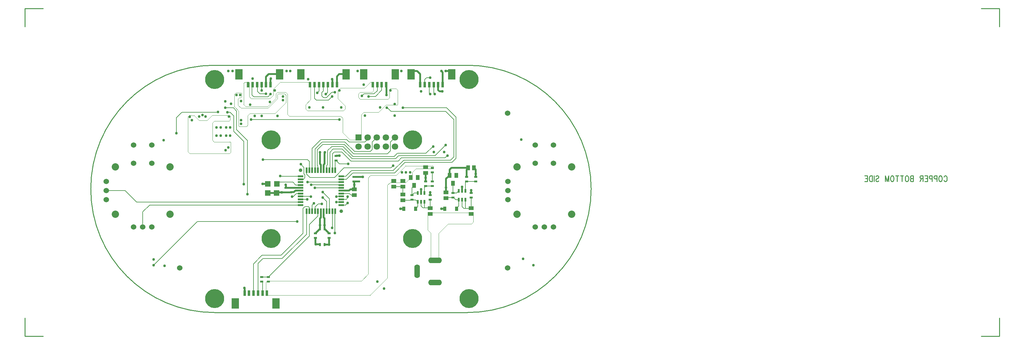
<source format=gbr>
*
*
G04 PADS 9.4.1 Build Number: 494907 generated Gerber (RS-274-X) file*
G04 PC Version=2.1*
*
%IN "JOG.pcb"*%
*
%MOIN*%
*
%FSLAX35Y35*%
*
*
*
*
G04 PC Standard Apertures*
*
*
G04 Thermal Relief Aperture macro.*
%AMTER*
1,1,$1,0,0*
1,0,$1-$2,0,0*
21,0,$3,$4,0,0,45*
21,0,$3,$4,0,0,135*
%
*
*
G04 Annular Aperture macro.*
%AMANN*
1,1,$1,0,0*
1,0,$2,0,0*
%
*
*
G04 Odd Aperture macro.*
%AMODD*
1,1,$1,0,0*
1,0,$1-0.005,0,0*
%
*
*
G04 PC Custom Aperture Macros*
*
*
*
*
*
*
G04 PC Aperture Table*
*
%ADD010C,0.001*%
%ADD011C,0.004*%
%ADD012C,0.01*%
%ADD025R,0.035X0.024*%
%ADD026R,0.024X0.035*%
%ADD028R,0.04331X0.05709*%
%ADD029R,0.03937X0.05512*%
%ADD033C,0.06*%
%ADD034C,0.08*%
%ADD035R,0.02756X0.06299*%
%ADD036R,0.08268X0.11811*%
%ADD038O,0.14961X0.06299*%
%ADD039O,0.06299X0.14961*%
%ADD043R,0.07087X0.07087*%
%ADD044C,0.07087*%
%ADD045C,0.20866*%
%ADD051C,0.02*%
%ADD052C,0.00827*%
%ADD055C,0.02953*%
%ADD058R,0.05709X0.04331*%
%ADD059R,0.03583X0.04803*%
%ADD060R,0.02087X0.04134*%
%ADD061R,0.06299X0.05906*%
%ADD062R,0.05906X0.02165*%
%ADD063R,0.02165X0.05906*%
%ADD064C,0.03937*%
*
*
*
*
G04 PC Circuitry*
G04 Layer Name JOG.pcb - circuitry*
%LPD*%
*
*
G04 PC Custom Flashes*
G04 Layer Name JOG.pcb - flashes*
%LPD*%
*
*
G04 PC Circuitry*
G04 Layer Name JOG.pcb - circuitry*
%LPD*%
*
G54D10*
G54D11*
G01X1751603Y1676666D02*
Y1685137D01*
G75*
G03X1751544Y1685278I-200J0D01*
G01X1750476Y1686347*
G03X1750334Y1686405I-142J-142*
G01X1743560*
G03X1743419Y1686347I0J-200*
G01X1742548Y1685476*
G03X1742489Y1685334I141J-142*
G01Y1681128*
X1732083Y1670722*
X1702339*
X1699144Y1673917*
Y1680739*
X1700417Y1682013*
X1700417D02*
X1702022D01*
X1702022D02*
G03X1702163Y1682071I-0J200D01*
G01X1703116Y1683024*
G03X1703175Y1683166I-141J142*
G01Y1686709*
G03X1703116Y1686851I-200J0*
G01X1702476Y1687491*
G03X1702334Y1687550I-142J-141*
G01X1696916*
G03X1696774Y1687491I-0J-200*
G01X1695259Y1685976*
G03X1695200Y1685834I141J-142*
G01Y1672166*
G03X1695259Y1672024I200J-0*
G01X1699700Y1667583*
Y1651416*
G03X1699759Y1651274I200J-0*
G01X1700524Y1650509*
G03X1700666Y1650450I142J141*
G01X1708084*
G03X1708226Y1650509I0J200*
G01X1709741Y1652024*
G03X1709800Y1652166I-141J142*
G01Y1662583*
X1711917Y1664700*
X1739517*
G03X1739754Y1664734I96J176*
G01X1751544Y1676524*
G03X1751603Y1676666I-141J142*
G01X1874394Y1674666D02*
Y1690428D01*
G03X1874335Y1690569I-200J0*
G01X1872976Y1691929*
G03X1872834Y1691987I-142J-142*
G01X1872834D02*
X1866478D01*
X1866478D02*
G03X1866337Y1691929I0J-200D01*
G01X1865384Y1690976*
G03X1865325Y1690834I141J-142*
G01Y1682292*
X1863583Y1680550*
X1833167*
X1831300Y1682417*
Y1686583*
X1832917Y1688200*
X1846334*
G03X1846476Y1688259I0J200*
G01X1847741Y1689524*
G03X1847800Y1689666I-141J142*
G01Y1699100*
G03X1847600Y1699300I-200J0*
G01X1844666*
G03X1844524Y1699241I-0J-200*
G01X1838083Y1692800*
X1811666*
G03X1811524Y1692741I-0J-200*
G01X1808759Y1689976*
G03X1808700Y1689834I141J-142*
G01Y1681166*
G03X1808759Y1681024I200J-0*
G01X1816700Y1673083*
Y1669917*
X1814583Y1667800*
X1775417*
X1773300Y1669917*
Y1674583*
X1778741Y1680024*
G03X1778800Y1680166I-141J142*
G01Y1699100*
G03X1778600Y1699300I-200J0*
G01X1745666*
G03X1745524Y1699241I-0J-200*
G01X1737759Y1691476*
G03X1737700Y1691334I141J-142*
G01Y1684917*
X1734083Y1681300*
X1713417*
X1711300Y1683417*
Y1698795*
G03X1711100Y1698995I-200J0*
G01X1706470*
G03X1706329Y1698937I0J-200*
G01X1705368Y1697976*
G03X1705309Y1697834I141J-142*
G01Y1674775*
G03X1705368Y1674634I200J0*
G01X1707524Y1672477*
G03X1707666Y1672419I142J142*
G01X1731616*
G03X1731757Y1672477I-0J200*
G01X1740804Y1681524*
G03X1740862Y1681666I-142J142*
G01X1740862D02*
Y1686520D01*
X1740862D02*
X1742417Y1688075D01*
X1751458*
X1753450Y1686083*
Y1663916*
G03X1753509Y1663774I200J-0*
G01X1755524Y1661759*
G03X1755666Y1661700I142J141*
G01X1812083*
X1814200Y1659583*
Y1643666*
G03X1814259Y1643524I200J-0*
G01X1822024Y1635759*
G03X1822166Y1635700I142J141*
G01X1834112*
G03X1834312Y1635900I-0J200*
G01Y1663571*
X1836917Y1666177*
X1853358*
G03X1853499Y1666235I-0J200*
G01X1861417Y1674153*
X1873881*
G03X1874023Y1674212I0J200*
G01X1874335Y1674524*
G03X1874394Y1674666I-141J142*
G01X1913800Y1604400D02*
Y1606334D01*
G03X1913741Y1606476I-200J0*
G01X1912976Y1607241*
G03X1912834Y1607300I-142J-141*
G01X1883166*
G03X1883024Y1607241I-0J-200*
G01X1872583Y1596800*
X1844666*
G03X1844524Y1596741I-0J-200*
G01X1842259Y1594476*
G03X1842200Y1594334I141J-142*
G01Y1488417*
X1834583Y1480800*
X1731166*
G03X1731024Y1480741I-0J-200*
G01X1729759Y1479476*
G03X1729700Y1479334I141J-142*
G01Y1465463*
X1729700D02*
G03X1729900Y1465263I200J-0D01*
G01X1729900D02*
X1844272D01*
X1844272D02*
G03X1844413Y1465321I-0J200D01*
G01X1863116Y1484024*
G03X1863175Y1484166I-141J142*
G01Y1586208*
X1865917Y1588950*
X1883084*
G03X1883226Y1589009I0J200*
G01X1886417Y1592200*
X1890100*
G03X1890300Y1592400I0J200*
G01Y1600083*
X1894417Y1604200*
X1913600*
G03X1913800Y1604400I0J200*
G01X1957300Y1545666D02*
Y1555600D01*
G03X1957100Y1555800I-200J0*
G01X1907650*
G03X1907450Y1555600I0J-200*
G01Y1536916*
G03X1907509Y1536774I200J-0*
G01X1910700Y1533583*
Y1501400*
G03X1910900Y1501200I200J0*
G01X1919225*
G03X1919425Y1501400I0J200*
G01Y1533208*
X1929667Y1543450*
X1955084*
G03X1955226Y1543509I0J200*
G01X1957241Y1545524*
G03X1957300Y1545666I-141J142*
G01X1691206Y1622166D02*
Y1632741D01*
G03X1691148Y1632882I-200J-0*
G01X1690476Y1633554*
G03X1690334Y1633612I-142J-142*
G01X1690334D02*
X1672730D01*
X1672730D02*
X1670925Y1635417D01*
Y1654458*
X1672917Y1656450*
X1689084*
G03X1689226Y1656509I0J200*
G01X1690241Y1657524*
G03X1690300Y1657666I-141J142*
G01Y1661834*
G03X1690241Y1661976I-200J0*
G01X1689476Y1662741*
G03X1689334Y1662800I-142J-141*
G01X1670791*
G03X1670649Y1662741I-0J-200*
G01X1665208Y1657300*
X1656417*
X1651220Y1662497*
G03X1651086Y1662556I-141J-141*
G01X1645714Y1662741*
G03X1645569Y1662685I-6J-200*
G01X1644261Y1661421*
G03X1644200Y1661278I139J-143*
G01Y1622666*
G03X1644259Y1622524I200J-0*
G01X1646024Y1620759*
G03X1646166Y1620700I142J141*
G01X1689741*
G03X1689882Y1620759I-0J200*
G01X1691148Y1622024*
G03X1691206Y1622166I-142J142*
G54D12*
G01X2474091Y1595000D02*
X2474318Y1595625D01*
X2474773Y1596250*
X2475227Y1596563*
X2475227D02*
X2476136D01*
X2476136D02*
X2476591Y1596250D01*
X2477045Y1595625*
X2477273Y1595000*
X2477500Y1594063*
X2477500D02*
Y1592500D01*
X2477273Y1591563*
X2477273D02*
X2477045Y1590938D01*
X2477045D02*
X2476591Y1590313D01*
X2476591D02*
X2476136Y1590000D01*
X2475227*
X2474773Y1590313*
X2474773D02*
X2474318Y1590938D01*
X2474318D02*
X2474091Y1591563D01*
X2470682Y1596563D02*
X2471136Y1596250D01*
X2471591Y1595625*
X2471818Y1595000*
X2472045Y1594063*
X2472045D02*
Y1592500D01*
X2471818Y1591563*
X2471818D02*
X2471591Y1590938D01*
X2471591D02*
X2471136Y1590313D01*
X2471136D02*
X2470682Y1590000D01*
X2469773*
X2469318Y1590313*
X2469318D02*
X2468864Y1590938D01*
X2468864D02*
X2468636Y1591563D01*
X2468636D02*
X2468409Y1592500D01*
Y1594063*
X2468409D02*
X2468636Y1595000D01*
X2468864Y1595625*
X2469318Y1596250*
X2469773Y1596563*
X2469773D02*
X2470682D01*
X2466364D02*
Y1590000D01*
Y1596563D02*
X2464318D01*
X2464318D02*
X2463636Y1596250D01*
X2463409Y1595938*
X2463409D02*
X2463182Y1595313D01*
X2463182D02*
Y1594375D01*
X2463409Y1593750*
X2463636Y1593438*
X2463636D02*
X2464318Y1593125D01*
X2466364*
X2461136Y1596563D02*
Y1590000D01*
Y1596563D02*
X2459091D01*
X2459091D02*
X2458409Y1596250D01*
X2458182Y1595938*
X2458182D02*
X2457955Y1595313D01*
X2457955D02*
Y1594375D01*
X2458182Y1593750*
X2458409Y1593438*
X2458409D02*
X2459091Y1593125D01*
X2461136*
X2455909Y1596563D02*
Y1590000D01*
Y1596563D02*
X2452955D01*
X2455909Y1593438D02*
X2454091D01*
X2455909Y1590000D02*
X2452955D01*
X2450909Y1596563D02*
Y1590000D01*
Y1596563D02*
X2448864D01*
X2448864D02*
X2448182Y1596250D01*
X2447955Y1595938*
X2447955D02*
X2447727Y1595313D01*
X2447727D02*
Y1594688D01*
X2447727D02*
X2447955Y1594063D01*
X2447955D02*
X2448182Y1593750D01*
X2448864Y1593438*
X2448864D02*
X2450909D01*
X2449318D02*
X2447727Y1590000D01*
X2440455Y1596563D02*
Y1590000D01*
Y1596563D02*
X2438409D01*
X2438409D02*
X2437727Y1596250D01*
X2437500Y1595938*
X2437500D02*
X2437273Y1595313D01*
X2437273D02*
Y1594688D01*
X2437273D02*
X2437500Y1594063D01*
X2437500D02*
X2437727Y1593750D01*
X2438409Y1593438*
X2440455D02*
X2438409D01*
X2438409D02*
X2437727Y1593125D01*
X2437500Y1592813*
X2437500D02*
X2437273Y1592188D01*
X2437273D02*
Y1591250D01*
X2437500Y1590625*
X2437727Y1590313*
X2437727D02*
X2438409Y1590000D01*
X2440455*
X2433864Y1596563D02*
X2434318Y1596250D01*
X2434773Y1595625*
X2435000Y1595000*
X2435227Y1594063*
X2435227D02*
Y1592500D01*
X2435000Y1591563*
X2435000D02*
X2434773Y1590938D01*
X2434773D02*
X2434318Y1590313D01*
X2434318D02*
X2433864Y1590000D01*
X2432955*
X2432500Y1590313*
X2432500D02*
X2432045Y1590938D01*
X2432045D02*
X2431818Y1591563D01*
X2431818D02*
X2431591Y1592500D01*
Y1594063*
X2431591D02*
X2431818Y1595000D01*
X2432045Y1595625*
X2432500Y1596250*
X2432955Y1596563*
X2432955D02*
X2433864D01*
X2427955D02*
Y1590000D01*
X2429545Y1596563D02*
X2426364D01*
X2422727D02*
Y1590000D01*
X2424318Y1596563D02*
X2421136D01*
X2417727D02*
X2418182Y1596250D01*
X2418636Y1595625*
X2418864Y1595000*
X2419091Y1594063*
X2419091D02*
Y1592500D01*
X2418864Y1591563*
X2418864D02*
X2418636Y1590938D01*
X2418636D02*
X2418182Y1590313D01*
X2418182D02*
X2417727Y1590000D01*
X2416818*
X2416364Y1590313*
X2416364D02*
X2415909Y1590938D01*
X2415909D02*
X2415682Y1591563D01*
X2415682D02*
X2415455Y1592500D01*
Y1594063*
X2415455D02*
X2415682Y1595000D01*
X2415909Y1595625*
X2416364Y1596250*
X2416818Y1596563*
X2416818D02*
X2417727D01*
X2413409D02*
Y1590000D01*
Y1596563D02*
X2411591Y1590000D01*
X2409773Y1596563D02*
X2411591Y1590000D01*
X2409773Y1596563D02*
Y1590000D01*
X2399318Y1595625D02*
X2399773Y1596250D01*
X2400455Y1596563*
X2400455D02*
X2401364D01*
X2401364D02*
X2402045Y1596250D01*
X2402500Y1595625*
Y1595000*
X2402273Y1594375*
X2402045Y1594063*
X2402045D02*
X2401591Y1593750D01*
X2400227Y1593125*
X2399773Y1592813*
X2399773D02*
X2399545Y1592500D01*
X2399318Y1591875*
Y1590938*
X2399318D02*
X2399773Y1590313D01*
X2399773D02*
X2400455Y1590000D01*
X2401364*
X2402045Y1590313*
X2402045D02*
X2402500Y1590938D01*
X2397273Y1596563D02*
Y1590000D01*
X2395227Y1596563D02*
Y1590000D01*
Y1596563D02*
X2393636D01*
X2393636D02*
X2392955Y1596250D01*
X2392500Y1595625*
X2392273Y1595000*
X2392045Y1594063*
X2392045D02*
Y1592500D01*
X2392273Y1591563*
X2392273D02*
X2392500Y1590938D01*
X2392500D02*
X2392955Y1590313D01*
X2392955D02*
X2393636Y1590000D01*
X2395227*
X2390000Y1596563D02*
Y1590000D01*
Y1596563D02*
X2387045D01*
X2390000Y1593438D02*
X2388182D01*
X2390000Y1590000D02*
X2387045D01*
X1673001Y1446142D02*
X1950955D01*
G03Y1717795I0J135827*
G01X1673001*
X1672971D02*
G03Y1446142I237J-135826D01*
G01X1465000Y1440000D02*
Y1420000D01*
X1485000*
Y1780000D02*
X1465000D01*
Y1760000*
X2535000D02*
Y1780000D01*
X2515000*
Y1420000D02*
X2535000D01*
Y1440000*
G54D25*
X1806654Y1618228D03*
Y1613268D03*
X1910000Y1570020D03*
Y1574980D03*
X1890000D03*
Y1570020D03*
X1756654Y1578268D03*
Y1583228D03*
X1826500Y1594980D03*
Y1590020D03*
X1751654Y1578268D03*
Y1583228D03*
X1831500Y1594980D03*
Y1590020D03*
X1935000Y1577480D03*
Y1572520D03*
X1955000D03*
Y1577480D03*
X1784154Y1528268D03*
Y1533228D03*
X1799154Y1528268D03*
Y1533228D03*
X1732500Y1480020D03*
Y1484980D03*
X1725000D03*
Y1480020D03*
X1905000Y1589980D03*
Y1585020D03*
X1912500D03*
Y1589980D03*
Y1600020D03*
Y1604980D03*
X1960000Y1594980D03*
Y1590020D03*
X1950000Y1594980D03*
Y1590020D03*
G54D26*
X1794134Y1545748D03*
X1789173D03*
X1794134Y1613248D03*
X1789173D03*
X1794134Y1618248D03*
X1789173D03*
Y1520748D03*
X1794134D03*
X1789173Y1538248D03*
X1794134D03*
G54D28*
X1951850Y1605000D03*
X1958150D03*
G54D29*
X1888760Y1594331D03*
X1896240D03*
X1892500Y1585669D03*
X1931260Y1596831D03*
X1938740D03*
X1935000Y1588169D03*
G54D33*
X1554528Y1590000D03*
Y1580000D03*
Y1570000D03*
X1584528Y1540000D03*
X1594528D03*
X1604528D03*
X1584528Y1610000D03*
X1604528D03*
Y1630000D03*
X1584528D03*
X1995472Y1590000D03*
Y1580000D03*
Y1570000D03*
X2025472Y1540000D03*
X2035472D03*
X2045472D03*
X2025472Y1610000D03*
X2045472D03*
Y1630000D03*
X2025472D03*
X1635000Y1495000D03*
X1995000D03*
Y1665000D03*
G54D34*
X1564528Y1606000D03*
X1624528D03*
Y1554000D03*
X1564528D03*
X2005472Y1606000D03*
X2065472D03*
Y1554000D03*
X2005472D03*
G54D35*
X1710177Y1696535D03*
X1715098D03*
X1720020D03*
X1724941D03*
X1729862D03*
X1734783D03*
X1778091D03*
X1783012D03*
X1787933D03*
X1792854D03*
X1797776D03*
X1802697D03*
X1807618D03*
X1846988D03*
X1851909D03*
X1856831D03*
X1861752D03*
X1730846Y1467402D03*
X1725925D03*
X1721004D03*
X1716083D03*
X1711161D03*
X1706240D03*
X1899154Y1696535D03*
X1904075D03*
X1908996D03*
X1913917D03*
X1918839D03*
X1923760D03*
G54D36*
X1700138Y1707953D03*
X1744823D03*
X1768051D03*
X1817657D03*
X1836949D03*
X1871791D03*
X1740886Y1455984D03*
X1696201D03*
X1889114Y1707953D03*
X1933799D03*
G54D38*
X1915394Y1503622D03*
Y1479213D03*
G54D39*
X1895709Y1491417D03*
G54D43*
X1831339Y1638465D03*
G54D44*
Y1628465D03*
X1841339Y1638465D03*
Y1628465D03*
X1851339Y1638465D03*
Y1628465D03*
X1861339Y1638465D03*
Y1628465D03*
X1871339Y1638465D03*
Y1628465D03*
G54D45*
X1735276Y1527638D03*
Y1635906D03*
X1890787D03*
Y1527638D03*
X1673268Y1702047D03*
Y1461496D03*
X1952795Y1702047D03*
Y1461496D03*
G54D51*
X1706000Y1473000D02*
X1706240Y1472760D01*
Y1467402*
X1740886Y1455984D02*
X1743000D01*
Y1452500*
X1784500Y1521000D02*
X1789173D01*
Y1520748*
X1784154Y1533228D02*
X1789173Y1538248D01*
X1784154Y1528268D02*
Y1521000D01*
X1784500*
X1789000Y1549500D02*
Y1545921D01*
X1789173Y1545748*
X1789000Y1549500D02*
X1790000Y1550500D01*
Y1557559*
X1799000Y1520748D02*
X1799154D01*
Y1528268*
X1794134Y1542000D02*
Y1538248D01*
X1789173Y1542000D02*
Y1538248D01*
X1794134D02*
X1799154Y1533228D01*
X1794134Y1520748D02*
X1799000D01*
X1789173Y1545748D02*
Y1542000D01*
X1794134Y1545748D02*
Y1542000D01*
X1726000Y1587500D02*
X1731614D01*
X1731654Y1587461*
X1741496Y1577461D02*
X1742303Y1578268D01*
X1747000*
X1731654Y1577461D02*
X1741496D01*
X1747000Y1578268D02*
X1751654D01*
X1751500Y1586500D02*
X1751654Y1586346D01*
Y1583228*
X1756654*
X1751654Y1578268D02*
X1756654D01*
Y1583228D02*
X1756732Y1583150D01*
X1767559*
X1756654Y1578268D02*
X1756886Y1578500D01*
X1760500*
X1762000Y1580000*
X1767559*
X1793150Y1557559D02*
Y1550500D01*
X1794000Y1549650*
Y1545882*
X1794134Y1545748*
X1812441Y1580000D02*
X1821000D01*
X1822500Y1581500*
X1826551*
X1826654Y1581398*
X1831500Y1594980D02*
X1831520Y1595000D01*
X1836000*
X1826500Y1590020D02*
X1826654Y1589866D01*
Y1586500*
X1826500Y1590020D02*
X1831500D01*
X1826500Y1594980D02*
X1831500D01*
X1826654Y1581398D02*
Y1586500D01*
X1905000Y1594000D02*
Y1599350D01*
X1900000Y1581500D02*
Y1577323D01*
X1877500Y1560000D02*
X1881063D01*
X1905000Y1589980D02*
Y1594000D01*
X1880000Y1590650D02*
X1880181Y1590831D01*
X1880500*
X1927500Y1583500D02*
Y1593071D01*
X1931260Y1596831*
X1927500Y1583500D02*
Y1578150D01*
X1910000Y1578000D02*
Y1574980D01*
X1945000Y1584000D02*
Y1579823D01*
X1922500Y1560000D02*
X1926063D01*
X1931260Y1596831D02*
X1931500Y1597071D01*
Y1603000*
X1933500Y1605000*
X1951850*
X1955000Y1580500D02*
Y1577480D01*
X1950000Y1594980D02*
Y1603150D01*
X1951850Y1605000*
X1960000Y1594980D02*
Y1598500D01*
X1789000Y1609500D02*
Y1613075D01*
X1789173Y1613248*
X1789000Y1609500D02*
X1790000Y1608500D01*
Y1602441*
X1789000Y1622000D02*
Y1618248D01*
X1789173*
X1793150Y1602441D02*
Y1608500D01*
X1794000Y1609350*
Y1613114*
X1794134Y1613248*
X1789173Y1618248D02*
Y1613248D01*
X1794134D02*
Y1618248D01*
Y1621634*
X1794500Y1622000*
X1806654Y1618228D02*
Y1618500D01*
X1810500*
X1905000Y1605650D02*
Y1606000D01*
X1958150Y1605000D02*
X1960000Y1603150D01*
Y1598500*
X1734783Y1696535D02*
Y1703000D01*
X1735000*
X1729862Y1696535D02*
Y1705000D01*
X1732862Y1708000*
X1744776*
X1744823Y1707953*
X1802500Y1702500D02*
X1802697Y1702303D01*
Y1696535*
X1807618D02*
Y1705500D01*
X1810118Y1708000*
X1817610*
X1817657Y1707953*
X1861752Y1696535D02*
X1862000Y1696287D01*
Y1685000*
X1891500Y1711500D02*
X1895654D01*
X1899154Y1708000*
Y1696535*
X1927000Y1711500D02*
X1932299D01*
X1933799Y1710000*
Y1707953*
X1922500Y1711500D02*
X1923760Y1710240D01*
Y1696535*
X1918839D02*
Y1690500D01*
X1920339Y1689000*
X1923500*
G54D52*
X1716083Y1467402D02*
Y1499583D01*
X1725500Y1509000*
X1746500*
X1770500Y1533000*
Y1560500*
X1772500Y1562500*
X1776402*
X1777402Y1561500*
Y1557559*
X1721004Y1467402D02*
Y1500004D01*
X1726500Y1505500*
X1747500*
X1774252Y1532252*
Y1557559*
X1606500Y1498110D02*
X1654390Y1546000D01*
X1764000*
X1725000Y1480020D02*
X1725925Y1479094D01*
Y1467402*
X1725000Y1484980D02*
X1732500D01*
X1777500Y1529980*
Y1542650*
X1786850Y1552000*
Y1557559*
X1594528Y1540000D02*
Y1556780D01*
X1602000Y1564252*
X1767559*
X1802500Y1539000D02*
Y1539402D01*
X1802598Y1539500*
Y1557559*
X1805500Y1533500D02*
Y1557311D01*
X1805748Y1557559*
X1554528Y1580000D02*
X1575000D01*
X1587598Y1567402*
X1767559*
X1741654Y1587461D02*
X1743693Y1589500D01*
X1759299*
X1762500Y1586299*
X1767559*
X1779500Y1586500D02*
X1812240D01*
X1812441Y1586299*
X1783500Y1583000D02*
X1783650Y1583150D01*
X1812441*
X1758500Y1573500D02*
X1759500D01*
X1759575Y1573425*
X1763000Y1576850*
X1767559*
X1775500Y1589500D02*
X1812390D01*
X1812441Y1589449*
X1745500Y1596000D02*
Y1595748D01*
X1767559*
X1775000Y1570500D02*
X1775051Y1570551D01*
X1779000Y1573500D02*
X1779201Y1573701D01*
X1767559Y1592598D02*
X1771000D01*
X1772402Y1594000*
Y1597500*
X1767559Y1573701D02*
X1779201D01*
X1767559Y1570551D02*
X1775051D01*
X1780551Y1557559D02*
Y1564051D01*
X1782500Y1566000*
X1782500*
X1783701Y1557559D02*
Y1562000D01*
X1787201Y1565500*
X1791000*
X1807000Y1573500D02*
X1807201Y1573701D01*
X1812441*
X1792000Y1572500D02*
X1796299Y1568201D01*
Y1557559*
X1792000Y1578500D02*
X1799449Y1571051D01*
Y1557559*
X1807000Y1567402D02*
X1812441D01*
Y1564252D02*
X1817500D01*
Y1564500*
X1819500Y1566500*
X1812441Y1570551D02*
X1818000D01*
X1819449Y1572000*
Y1573449*
X1819500Y1573500*
X1812441Y1576850D02*
X1821500D01*
X1823252Y1575098*
X1826654*
X1812441Y1592598D02*
X1818000D01*
X1824950Y1599500*
X1871000*
X1882500Y1611000*
X1934000*
X1938500Y1615500*
Y1660646*
X1812441Y1595748D02*
X1817500D01*
X1823869Y1602000*
X1869500*
X1881000Y1613500*
X1932500*
X1936000Y1617000*
Y1658192*
X1903740Y1561000D02*
X1910000D01*
X1900000Y1567677D02*
Y1563000D01*
X1902000Y1561000*
X1903740*
Y1567677*
Y1577323D02*
Y1583500D01*
X1904500Y1584260*
Y1584520*
X1905000Y1585020*
X1912500*
X1880000Y1575650D02*
Y1584350D01*
Y1569350D02*
X1889331D01*
X1890000Y1570020*
X1870000Y1584350D02*
X1880000D01*
X1893937Y1560000D02*
X1896260Y1562323D01*
Y1567677*
X1890000Y1570020D02*
X1890083Y1569937D01*
X1894000*
X1896260Y1567677*
X1890000Y1574980D02*
Y1583169D01*
X1892500Y1585669*
X1890000Y1574980D02*
X1892343Y1577323D01*
X1896260*
X1910000Y1561000D02*
Y1570020D01*
X1945000Y1570177D02*
Y1562500D01*
X1947000Y1560500*
X1948740*
X1927500Y1571850D02*
X1928169Y1572520D01*
X1935000*
X1910000Y1560650D02*
Y1561000D01*
X1938937Y1560000D02*
Y1560677D01*
X1941260Y1563000*
Y1570177*
X1935000Y1572520D02*
X1935657D01*
X1938000Y1570177*
X1941260*
X1935000Y1588169D02*
Y1577480D01*
X1935083Y1577563*
X1939000*
X1941260Y1579823*
X1948740Y1560500D02*
X1954850D01*
X1955000Y1560650*
X1948740Y1570177D02*
Y1560500D01*
Y1579823D02*
Y1588760D01*
X1950000Y1590020*
X1960000*
X1955000Y1572520D02*
Y1560650D01*
X1726500Y1614000D02*
X1775402D01*
X1777402Y1612000*
Y1602441*
X1768000Y1609000D02*
X1771402Y1605598D01*
Y1598500*
X1772402Y1597500*
X1783701Y1602441D02*
Y1625701D01*
X1791500Y1633500*
X1816500*
X1827000Y1623000*
X1844374*
X1846374Y1625000*
Y1633500*
X1851339Y1638465*
X1780551Y1602441D02*
Y1626551D01*
X1790000Y1636000*
X1818500*
X1821000Y1633500*
X1838339*
X1841339Y1636500*
Y1638465*
X1774252Y1602441D02*
Y1598248D01*
X1778000Y1594500*
X1805000*
X1815500Y1605000*
X1867000*
X1869500Y1607500*
X1786000Y1607850D02*
Y1624750D01*
X1792000Y1630750*
X1815750*
X1826000Y1620500*
X1863074*
X1786000Y1607850D02*
X1786850Y1607000D01*
Y1602441*
X1805748D02*
Y1612362D01*
X1806654Y1613268*
X1802598Y1602441D02*
Y1620500D01*
X1804598Y1622500*
X1813000*
X1823000Y1612500*
X1875000*
X1878500Y1616000*
X1926500*
X1929000Y1618500*
X1799449Y1602441D02*
X1800000Y1602992D01*
Y1622250*
X1803500Y1625750*
X1813500*
X1824500Y1615000*
X1872000*
X1875500Y1618500*
X1915500*
X1927000Y1630000*
X1796299Y1602441D02*
Y1607500D01*
X1797500Y1608701*
Y1624000*
X1802000Y1628500*
X1814500*
X1825500Y1617500*
X1870500*
X1874000Y1621000*
X1905500*
X1913000Y1628500*
X1913500*
X1806654Y1613268D02*
X1810421Y1609500D01*
X1820000*
X1863074Y1620500D02*
X1866374Y1623800D01*
Y1633500*
X1871339Y1638465*
X1912500Y1600020D02*
Y1589980D01*
X1631260Y1643000D02*
Y1660000D01*
X1637260Y1666000*
X1676500*
X1677000Y1666500*
X1685000Y1671000D02*
X1694000D01*
X1697500Y1667500*
Y1647000*
X1709500Y1635000*
Y1576000*
X1687500Y1666000D02*
X1690500D01*
X1694500Y1662000*
Y1645000*
X1705500Y1634000*
Y1587000*
X1713500Y1658000D02*
X1810500D01*
X1862500Y1671000D02*
X1863000D01*
X1867000Y1667000*
X1927192*
X1927692Y1666500*
X1927692*
X1936000Y1658192*
X1880000Y1671000D02*
X1928146D01*
X1928646Y1670500*
X1928646*
X1938500Y1660646*
X1723055Y1686500D02*
X1729862D01*
X1719500Y1683217D02*
X1732000D01*
X1734783Y1686000*
X1714500Y1685000D02*
Y1695937D01*
X1715098Y1696535*
X1714500Y1685000D02*
X1716283Y1683217D01*
X1719500*
X1724941Y1696535D02*
Y1690000D01*
X1720020Y1696535D02*
X1720555Y1696000D01*
Y1689000*
X1723055Y1686500*
X1783000Y1696524D02*
Y1681500D01*
X1785000Y1679500*
X1798500*
X1802500Y1683500*
X1783000Y1696524D02*
X1783012Y1696535D01*
X1791000Y1684000D02*
Y1687646D01*
X1792854Y1689500*
Y1696535*
X1791000Y1684000D02*
X1793000Y1682000D01*
X1796000*
X1802000Y1688000*
X1805500*
X1795500Y1686000D02*
X1795557D01*
X1797500Y1687943*
Y1696260*
X1797776Y1696535*
X1785965Y1687500D02*
X1788000Y1689535D01*
X1787933Y1696535D02*
X1788000Y1696469D01*
Y1689535*
X1842500Y1683500D02*
X1850000D01*
X1856831Y1690331*
Y1696535*
X1835000Y1684000D02*
X1837500Y1686500D01*
X1848500*
X1851909Y1689909*
Y1696535*
X1904075D02*
Y1702075D01*
X1906000Y1704000*
X1910000*
X1913917Y1696535D02*
X1914000Y1696453D01*
Y1687000*
X1915000Y1686000*
X1908996Y1696535D02*
X1909000Y1696531D01*
Y1687020*
X1910020Y1686000*
G54D55*
X1698500Y1452000D03*
X1694000D03*
X1706000Y1473000D03*
X1738500Y1452000D03*
X1743000Y1452500D03*
X1859500Y1472500D03*
X1618500Y1497500D03*
X1606500Y1504500D03*
Y1498110D03*
X1852150Y1480020D03*
X2012000Y1505000D03*
X2023500Y1498000D03*
X1784500Y1521000D03*
X1764000Y1546000D03*
X1799000Y1520748D03*
X1802500Y1539000D03*
X1805500Y1533500D03*
X1794134Y1542000D03*
X1789173D03*
X1709500Y1576000D03*
X1705500Y1587000D03*
X1726000Y1587500D03*
X1747000Y1578268D03*
X1779500Y1586500D03*
X1783500Y1583000D03*
X1758500Y1573500D03*
X1775500Y1589500D03*
X1751500Y1586500D03*
X1745500Y1596000D03*
X1775000Y1570500D03*
X1779000Y1573500D03*
X1782500Y1566000D03*
X1819500Y1573500D03*
X1807000D03*
X1792000Y1572500D03*
Y1578500D03*
X1807000Y1567402D03*
X1819500Y1566500D03*
X1791000Y1565500D03*
X1836000Y1595000D03*
X1826654Y1586500D03*
X1905000Y1594000D03*
X1900000Y1581500D03*
X1877500Y1560000D03*
X1927500Y1583500D03*
X1910000Y1578000D03*
X1945000Y1584000D03*
X1922500Y1560000D03*
X1955000Y1580500D03*
X1617500Y1635500D03*
X1685500Y1624500D03*
X1688500Y1627500D03*
X1726500Y1614000D03*
X1768000Y1609000D03*
X1794500Y1622000D03*
X1820000Y1609500D03*
X1789000Y1622000D03*
X1810500Y1618500D03*
X1869500Y1607500D03*
X1883500Y1600000D03*
X1879000D03*
X1888000D03*
X1925500Y1622500D03*
X1914000D03*
X1929000Y1618500D03*
X1913500Y1628500D03*
X1927000Y1630000D03*
X1960000Y1598500D03*
X2010000Y1636000D03*
X1631260Y1643000D03*
X1648500Y1657500D03*
X1646000Y1661000D03*
X1663500Y1661500D03*
X1656500D03*
X1660000Y1663000D03*
X1691500Y1675500D03*
X1677000Y1666500D03*
X1702500Y1653500D03*
Y1657500D03*
X1689000Y1661500D03*
X1685000Y1671000D03*
X1687500Y1666000D03*
X1686000Y1640500D03*
X1690500D03*
X1680000D03*
X1675500D03*
X1686000Y1649500D03*
X1690500D03*
X1680000D03*
X1675500D03*
X1742500Y1662000D03*
X1717500D03*
X1725000D03*
X1713500Y1658000D03*
X1712500Y1674500D03*
X1777500Y1671500D03*
X1812500D03*
X1792500D03*
X1810500Y1658000D03*
X1862500Y1671000D03*
X1838500Y1662520D03*
X1855000Y1671500D03*
X1880000Y1671000D03*
X1871000Y1662520D03*
Y1675020D03*
X1697500Y1685000D03*
X1701500D03*
X1685000Y1678000D03*
X1702500Y1678500D03*
X1688500Y1711500D03*
X1693000D03*
X1698000D03*
X1702000D03*
X1729862Y1686500D03*
X1734783Y1686000D03*
X1724941Y1690000D03*
X1715000Y1703000D03*
X1735000D03*
X1743000Y1711500D03*
X1734000Y1677500D03*
X1739500Y1690000D03*
X1748500Y1679500D03*
Y1683500D03*
X1776000Y1702500D03*
X1747000Y1711500D03*
X1752500D03*
X1756500D03*
X1767000D03*
X1805500Y1688000D03*
X1795500Y1686000D03*
X1785965Y1687500D03*
X1802500Y1683500D03*
Y1702500D03*
X1819000Y1711500D03*
X1810500Y1690000D03*
X1837000Y1696500D03*
X1838500Y1711500D03*
X1830500D03*
X1862000Y1685000D03*
X1842500Y1683500D03*
X1835000Y1684000D03*
X1900000Y1689000D03*
X1891500Y1711500D03*
X1888000D03*
X1878500D03*
X1870000D03*
X1866500Y1690000D03*
X1910020Y1686000D03*
X1910000Y1704000D03*
X1915000Y1686000D03*
X1923500Y1689000D03*
X1927000Y1711500D03*
X1922500D03*
G54D58*
X1826654Y1575098D03*
Y1581398D03*
X1905000Y1605650D03*
Y1599350D03*
X1910000Y1554350D03*
Y1560650D03*
X1955000D03*
Y1554350D03*
X1870000Y1584350D03*
Y1590650D03*
X1880000Y1569350D03*
Y1575650D03*
Y1584350D03*
Y1590650D03*
X1927500Y1571850D03*
Y1578150D03*
G54D59*
X1893937Y1560000D03*
X1881063D03*
X1938937D03*
X1926063D03*
G54D60*
X1896260Y1577323D03*
X1900000D03*
X1903740D03*
Y1567677D03*
X1900000D03*
X1896260D03*
X1941260Y1579823D03*
X1945000D03*
X1948740D03*
Y1570177D03*
X1945000D03*
X1941260D03*
G54D61*
X1731654Y1577461D03*
Y1587461D03*
X1741654D03*
X1741496Y1577461D03*
G54D62*
X1812441Y1595748D03*
Y1592598D03*
Y1589449D03*
Y1586299D03*
Y1583150D03*
Y1580000D03*
Y1576850D03*
Y1573701D03*
Y1570551D03*
Y1567402D03*
Y1564252D03*
X1767559D03*
Y1567402D03*
Y1570551D03*
Y1573701D03*
Y1576850D03*
Y1580000D03*
Y1583150D03*
Y1586299D03*
Y1589449D03*
Y1592598D03*
Y1595748D03*
G54D63*
X1805748Y1557559D03*
X1802598D03*
X1799449D03*
X1796299D03*
X1793150D03*
X1790000D03*
X1786850D03*
X1783701D03*
X1780551D03*
X1777402D03*
X1774252D03*
Y1602441D03*
X1777402D03*
X1780551D03*
X1783701D03*
X1786850D03*
X1790000D03*
X1793150D03*
X1796299D03*
X1799449D03*
X1802598D03*
X1805748D03*
G54D64*
X1812441Y1557559D03*
X1767559Y1602441D03*
G74*
X0Y0D02*
M02*

</source>
